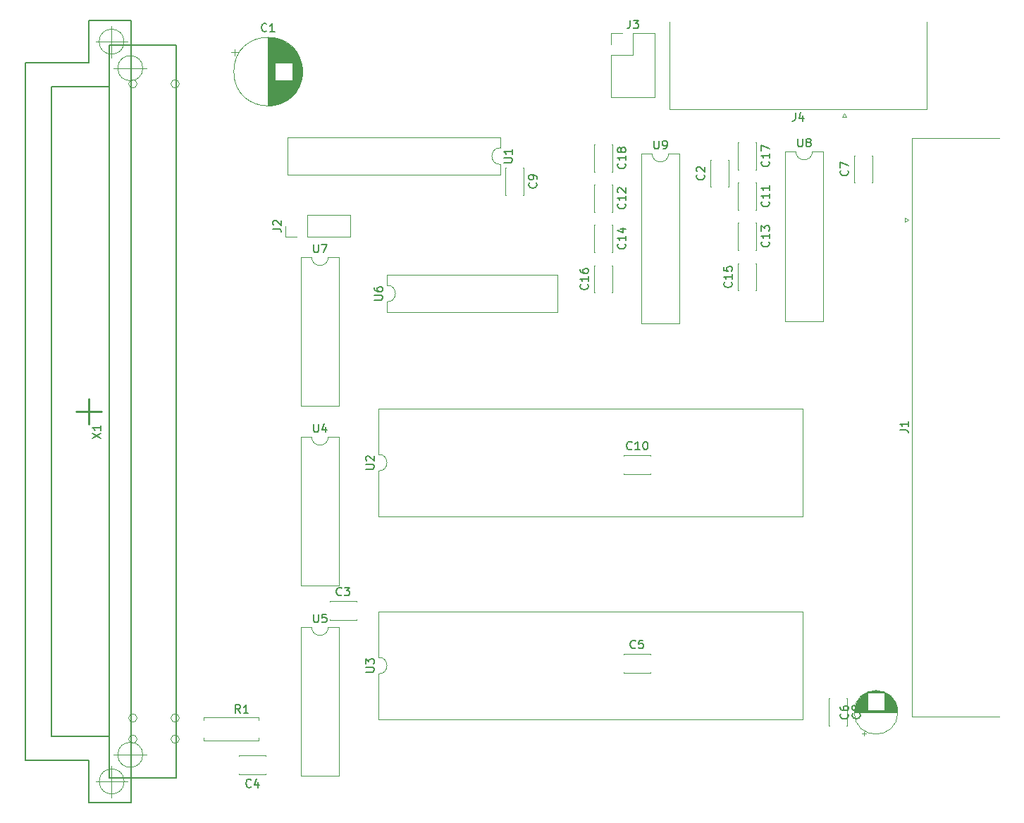
<source format=gbr>
%TF.GenerationSoftware,KiCad,Pcbnew,(5.1.10)-1*%
%TF.CreationDate,2025-03-09T14:01:04+01:00*%
%TF.ProjectId,EA-Modul,45412d4d-6f64-4756-9c2e-6b696361645f,rev?*%
%TF.SameCoordinates,Original*%
%TF.FileFunction,Legend,Top*%
%TF.FilePolarity,Positive*%
%FSLAX46Y46*%
G04 Gerber Fmt 4.6, Leading zero omitted, Abs format (unit mm)*
G04 Created by KiCad (PCBNEW (5.1.10)-1) date 2025-03-09 14:01:04*
%MOMM*%
%LPD*%
G01*
G04 APERTURE LIST*
%ADD10C,0.120000*%
%ADD11C,0.250000*%
%ADD12C,0.100000*%
%ADD13C,0.200000*%
%ADD14C,0.150000*%
G04 APERTURE END LIST*
D10*
%TO.C,U3*%
X90364000Y-122952000D02*
G75*
G02*
X90364000Y-124952000I0J-1000000D01*
G01*
X90364000Y-124952000D02*
X90364000Y-130412000D01*
X90364000Y-130412000D02*
X141284000Y-130412000D01*
X141284000Y-130412000D02*
X141284000Y-117492000D01*
X141284000Y-117492000D02*
X90364000Y-117492000D01*
X90364000Y-117492000D02*
X90364000Y-122952000D01*
%TO.C,R1*%
X69374000Y-130532000D02*
X69374000Y-130202000D01*
X69374000Y-130202000D02*
X75914000Y-130202000D01*
X75914000Y-130202000D02*
X75914000Y-130532000D01*
X69374000Y-132612000D02*
X69374000Y-132942000D01*
X69374000Y-132942000D02*
X75914000Y-132942000D01*
X75914000Y-132942000D02*
X75914000Y-132612000D01*
%TO.C,C18*%
X118468000Y-61352000D02*
X118468000Y-64592000D01*
X116228000Y-61352000D02*
X116228000Y-64592000D01*
X118468000Y-61352000D02*
X118403000Y-61352000D01*
X116293000Y-61352000D02*
X116228000Y-61352000D01*
X118468000Y-64592000D02*
X118403000Y-64592000D01*
X116293000Y-64592000D02*
X116228000Y-64592000D01*
%TO.C,C17*%
X135740000Y-61098000D02*
X135740000Y-64338000D01*
X133500000Y-61098000D02*
X133500000Y-64338000D01*
X135740000Y-61098000D02*
X135675000Y-61098000D01*
X133565000Y-61098000D02*
X133500000Y-61098000D01*
X135740000Y-64338000D02*
X135675000Y-64338000D01*
X133565000Y-64338000D02*
X133500000Y-64338000D01*
%TO.C,C16*%
X116228000Y-79110000D02*
X116228000Y-75870000D01*
X118468000Y-79110000D02*
X118468000Y-75870000D01*
X116228000Y-79110000D02*
X116293000Y-79110000D01*
X118403000Y-79110000D02*
X118468000Y-79110000D01*
X116228000Y-75870000D02*
X116293000Y-75870000D01*
X118403000Y-75870000D02*
X118468000Y-75870000D01*
%TO.C,C15*%
X133500000Y-78856000D02*
X133500000Y-75616000D01*
X135740000Y-78856000D02*
X135740000Y-75616000D01*
X133500000Y-78856000D02*
X133565000Y-78856000D01*
X135675000Y-78856000D02*
X135740000Y-78856000D01*
X133500000Y-75616000D02*
X133565000Y-75616000D01*
X135675000Y-75616000D02*
X135740000Y-75616000D01*
%TO.C,C14*%
X118468000Y-71004000D02*
X118468000Y-74244000D01*
X116228000Y-71004000D02*
X116228000Y-74244000D01*
X118468000Y-71004000D02*
X118403000Y-71004000D01*
X116293000Y-71004000D02*
X116228000Y-71004000D01*
X118468000Y-74244000D02*
X118403000Y-74244000D01*
X116293000Y-74244000D02*
X116228000Y-74244000D01*
%TO.C,C13*%
X135740000Y-70750000D02*
X135740000Y-73990000D01*
X133500000Y-70750000D02*
X133500000Y-73990000D01*
X135740000Y-70750000D02*
X135675000Y-70750000D01*
X133565000Y-70750000D02*
X133500000Y-70750000D01*
X135740000Y-73990000D02*
X135675000Y-73990000D01*
X133565000Y-73990000D02*
X133500000Y-73990000D01*
%TO.C,C12*%
X118468000Y-66178000D02*
X118468000Y-69418000D01*
X116228000Y-66178000D02*
X116228000Y-69418000D01*
X118468000Y-66178000D02*
X118403000Y-66178000D01*
X116293000Y-66178000D02*
X116228000Y-66178000D01*
X118468000Y-69418000D02*
X118403000Y-69418000D01*
X116293000Y-69418000D02*
X116228000Y-69418000D01*
%TO.C,C11*%
X135740000Y-65924000D02*
X135740000Y-69164000D01*
X133500000Y-65924000D02*
X133500000Y-69164000D01*
X135740000Y-65924000D02*
X135675000Y-65924000D01*
X133565000Y-65924000D02*
X133500000Y-65924000D01*
X135740000Y-69164000D02*
X135675000Y-69164000D01*
X133565000Y-69164000D02*
X133500000Y-69164000D01*
%TO.C,U9*%
X125206000Y-62424000D02*
G75*
G02*
X123206000Y-62424000I-1000000J0D01*
G01*
X123206000Y-62424000D02*
X121956000Y-62424000D01*
X121956000Y-62424000D02*
X121956000Y-82864000D01*
X121956000Y-82864000D02*
X126456000Y-82864000D01*
X126456000Y-82864000D02*
X126456000Y-62424000D01*
X126456000Y-62424000D02*
X125206000Y-62424000D01*
%TO.C,U8*%
X142478000Y-62170000D02*
G75*
G02*
X140478000Y-62170000I-1000000J0D01*
G01*
X140478000Y-62170000D02*
X139228000Y-62170000D01*
X139228000Y-62170000D02*
X139228000Y-82610000D01*
X139228000Y-82610000D02*
X143728000Y-82610000D01*
X143728000Y-82610000D02*
X143728000Y-62170000D01*
X143728000Y-62170000D02*
X142478000Y-62170000D01*
%TO.C,U7*%
X84312000Y-74870000D02*
G75*
G02*
X82312000Y-74870000I-1000000J0D01*
G01*
X82312000Y-74870000D02*
X81062000Y-74870000D01*
X81062000Y-74870000D02*
X81062000Y-92770000D01*
X81062000Y-92770000D02*
X85562000Y-92770000D01*
X85562000Y-92770000D02*
X85562000Y-74870000D01*
X85562000Y-74870000D02*
X84312000Y-74870000D01*
%TO.C,U6*%
X91380000Y-78248000D02*
G75*
G02*
X91380000Y-80248000I0J-1000000D01*
G01*
X91380000Y-80248000D02*
X91380000Y-81498000D01*
X91380000Y-81498000D02*
X111820000Y-81498000D01*
X111820000Y-81498000D02*
X111820000Y-76998000D01*
X111820000Y-76998000D02*
X91380000Y-76998000D01*
X91380000Y-76998000D02*
X91380000Y-78248000D01*
%TO.C,U5*%
X84312000Y-119320000D02*
G75*
G02*
X82312000Y-119320000I-1000000J0D01*
G01*
X82312000Y-119320000D02*
X81062000Y-119320000D01*
X81062000Y-119320000D02*
X81062000Y-137220000D01*
X81062000Y-137220000D02*
X85562000Y-137220000D01*
X85562000Y-137220000D02*
X85562000Y-119320000D01*
X85562000Y-119320000D02*
X84312000Y-119320000D01*
%TO.C,U4*%
X84312000Y-96460000D02*
G75*
G02*
X82312000Y-96460000I-1000000J0D01*
G01*
X82312000Y-96460000D02*
X81062000Y-96460000D01*
X81062000Y-96460000D02*
X81062000Y-114360000D01*
X81062000Y-114360000D02*
X85562000Y-114360000D01*
X85562000Y-114360000D02*
X85562000Y-96460000D01*
X85562000Y-96460000D02*
X84312000Y-96460000D01*
%TO.C,U2*%
X90364000Y-98568000D02*
G75*
G02*
X90364000Y-100568000I0J-1000000D01*
G01*
X90364000Y-100568000D02*
X90364000Y-106028000D01*
X90364000Y-106028000D02*
X141284000Y-106028000D01*
X141284000Y-106028000D02*
X141284000Y-93108000D01*
X141284000Y-93108000D02*
X90364000Y-93108000D01*
X90364000Y-93108000D02*
X90364000Y-98568000D01*
%TO.C,U1*%
X104962000Y-63738000D02*
G75*
G02*
X104962000Y-61738000I0J1000000D01*
G01*
X104962000Y-61738000D02*
X104962000Y-60488000D01*
X104962000Y-60488000D02*
X79442000Y-60488000D01*
X79442000Y-60488000D02*
X79442000Y-64988000D01*
X79442000Y-64988000D02*
X104962000Y-64988000D01*
X104962000Y-64988000D02*
X104962000Y-63738000D01*
%TO.C,J4*%
X156249000Y-46636000D02*
X156249000Y-57116000D01*
X156249000Y-57116000D02*
X125279000Y-57116000D01*
X125279000Y-57116000D02*
X125279000Y-46636000D01*
X146554000Y-58010338D02*
X146054000Y-58010338D01*
X146054000Y-58010338D02*
X146304000Y-57577325D01*
X146304000Y-57577325D02*
X146554000Y-58010338D01*
%TO.C,J3*%
X118304000Y-55686000D02*
X123504000Y-55686000D01*
X118304000Y-50546000D02*
X118304000Y-55686000D01*
X123504000Y-47946000D02*
X123504000Y-55686000D01*
X118304000Y-50546000D02*
X120904000Y-50546000D01*
X120904000Y-50546000D02*
X120904000Y-47946000D01*
X120904000Y-47946000D02*
X123504000Y-47946000D01*
X118304000Y-49276000D02*
X118304000Y-47946000D01*
X118304000Y-47946000D02*
X119634000Y-47946000D01*
%TO.C,J2*%
X86928000Y-72450000D02*
X86928000Y-69790000D01*
X81788000Y-72450000D02*
X86928000Y-72450000D01*
X81788000Y-69790000D02*
X86928000Y-69790000D01*
X81788000Y-72450000D02*
X81788000Y-69790000D01*
X80518000Y-72450000D02*
X79188000Y-72450000D01*
X79188000Y-72450000D02*
X79188000Y-71120000D01*
%TO.C,J1*%
X164946000Y-130048000D02*
X154466000Y-130048000D01*
X154466000Y-130048000D02*
X154466000Y-60528000D01*
X154466000Y-60528000D02*
X164946000Y-60528000D01*
X153571662Y-70608000D02*
X153571662Y-70108000D01*
X153571662Y-70108000D02*
X154004675Y-70358000D01*
X154004675Y-70358000D02*
X153571662Y-70608000D01*
%TO.C,C10*%
X119812000Y-98702000D02*
X123052000Y-98702000D01*
X119812000Y-100942000D02*
X123052000Y-100942000D01*
X119812000Y-98702000D02*
X119812000Y-98767000D01*
X119812000Y-100877000D02*
X119812000Y-100942000D01*
X123052000Y-98702000D02*
X123052000Y-98767000D01*
X123052000Y-100877000D02*
X123052000Y-100942000D01*
%TO.C,C9*%
X107800000Y-64146000D02*
X107800000Y-67386000D01*
X105560000Y-64146000D02*
X105560000Y-67386000D01*
X107800000Y-64146000D02*
X107735000Y-64146000D01*
X105625000Y-64146000D02*
X105560000Y-64146000D01*
X107800000Y-67386000D02*
X107735000Y-67386000D01*
X105625000Y-67386000D02*
X105560000Y-67386000D01*
%TO.C,C8*%
X146662000Y-127900000D02*
X146662000Y-131140000D01*
X144422000Y-127900000D02*
X144422000Y-131140000D01*
X146662000Y-127900000D02*
X146597000Y-127900000D01*
X144487000Y-127900000D02*
X144422000Y-127900000D01*
X146662000Y-131140000D02*
X146597000Y-131140000D01*
X144487000Y-131140000D02*
X144422000Y-131140000D01*
%TO.C,C7*%
X147470000Y-65902000D02*
X147470000Y-62662000D01*
X149710000Y-65902000D02*
X149710000Y-62662000D01*
X147470000Y-65902000D02*
X147535000Y-65902000D01*
X149645000Y-65902000D02*
X149710000Y-65902000D01*
X147470000Y-62662000D02*
X147535000Y-62662000D01*
X149645000Y-62662000D02*
X149710000Y-62662000D01*
%TO.C,C6*%
X152734000Y-129560000D02*
G75*
G03*
X152734000Y-129560000I-2620000J0D01*
G01*
X147534000Y-129560000D02*
X152694000Y-129560000D01*
X147534000Y-129520000D02*
X152694000Y-129520000D01*
X147535000Y-129480000D02*
X152693000Y-129480000D01*
X147536000Y-129440000D02*
X152692000Y-129440000D01*
X147538000Y-129400000D02*
X152690000Y-129400000D01*
X147541000Y-129360000D02*
X152687000Y-129360000D01*
X147545000Y-129320000D02*
X149074000Y-129320000D01*
X151154000Y-129320000D02*
X152683000Y-129320000D01*
X147549000Y-129280000D02*
X149074000Y-129280000D01*
X151154000Y-129280000D02*
X152679000Y-129280000D01*
X147553000Y-129240000D02*
X149074000Y-129240000D01*
X151154000Y-129240000D02*
X152675000Y-129240000D01*
X147558000Y-129200000D02*
X149074000Y-129200000D01*
X151154000Y-129200000D02*
X152670000Y-129200000D01*
X147564000Y-129160000D02*
X149074000Y-129160000D01*
X151154000Y-129160000D02*
X152664000Y-129160000D01*
X147571000Y-129120000D02*
X149074000Y-129120000D01*
X151154000Y-129120000D02*
X152657000Y-129120000D01*
X147578000Y-129080000D02*
X149074000Y-129080000D01*
X151154000Y-129080000D02*
X152650000Y-129080000D01*
X147586000Y-129040000D02*
X149074000Y-129040000D01*
X151154000Y-129040000D02*
X152642000Y-129040000D01*
X147594000Y-129000000D02*
X149074000Y-129000000D01*
X151154000Y-129000000D02*
X152634000Y-129000000D01*
X147603000Y-128960000D02*
X149074000Y-128960000D01*
X151154000Y-128960000D02*
X152625000Y-128960000D01*
X147613000Y-128920000D02*
X149074000Y-128920000D01*
X151154000Y-128920000D02*
X152615000Y-128920000D01*
X147623000Y-128880000D02*
X149074000Y-128880000D01*
X151154000Y-128880000D02*
X152605000Y-128880000D01*
X147634000Y-128839000D02*
X149074000Y-128839000D01*
X151154000Y-128839000D02*
X152594000Y-128839000D01*
X147646000Y-128799000D02*
X149074000Y-128799000D01*
X151154000Y-128799000D02*
X152582000Y-128799000D01*
X147659000Y-128759000D02*
X149074000Y-128759000D01*
X151154000Y-128759000D02*
X152569000Y-128759000D01*
X147672000Y-128719000D02*
X149074000Y-128719000D01*
X151154000Y-128719000D02*
X152556000Y-128719000D01*
X147686000Y-128679000D02*
X149074000Y-128679000D01*
X151154000Y-128679000D02*
X152542000Y-128679000D01*
X147700000Y-128639000D02*
X149074000Y-128639000D01*
X151154000Y-128639000D02*
X152528000Y-128639000D01*
X147716000Y-128599000D02*
X149074000Y-128599000D01*
X151154000Y-128599000D02*
X152512000Y-128599000D01*
X147732000Y-128559000D02*
X149074000Y-128559000D01*
X151154000Y-128559000D02*
X152496000Y-128559000D01*
X147749000Y-128519000D02*
X149074000Y-128519000D01*
X151154000Y-128519000D02*
X152479000Y-128519000D01*
X147766000Y-128479000D02*
X149074000Y-128479000D01*
X151154000Y-128479000D02*
X152462000Y-128479000D01*
X147785000Y-128439000D02*
X149074000Y-128439000D01*
X151154000Y-128439000D02*
X152443000Y-128439000D01*
X147804000Y-128399000D02*
X149074000Y-128399000D01*
X151154000Y-128399000D02*
X152424000Y-128399000D01*
X147824000Y-128359000D02*
X149074000Y-128359000D01*
X151154000Y-128359000D02*
X152404000Y-128359000D01*
X147846000Y-128319000D02*
X149074000Y-128319000D01*
X151154000Y-128319000D02*
X152382000Y-128319000D01*
X147867000Y-128279000D02*
X149074000Y-128279000D01*
X151154000Y-128279000D02*
X152361000Y-128279000D01*
X147890000Y-128239000D02*
X149074000Y-128239000D01*
X151154000Y-128239000D02*
X152338000Y-128239000D01*
X147914000Y-128199000D02*
X149074000Y-128199000D01*
X151154000Y-128199000D02*
X152314000Y-128199000D01*
X147939000Y-128159000D02*
X149074000Y-128159000D01*
X151154000Y-128159000D02*
X152289000Y-128159000D01*
X147965000Y-128119000D02*
X149074000Y-128119000D01*
X151154000Y-128119000D02*
X152263000Y-128119000D01*
X147992000Y-128079000D02*
X149074000Y-128079000D01*
X151154000Y-128079000D02*
X152236000Y-128079000D01*
X148019000Y-128039000D02*
X149074000Y-128039000D01*
X151154000Y-128039000D02*
X152209000Y-128039000D01*
X148049000Y-127999000D02*
X149074000Y-127999000D01*
X151154000Y-127999000D02*
X152179000Y-127999000D01*
X148079000Y-127959000D02*
X149074000Y-127959000D01*
X151154000Y-127959000D02*
X152149000Y-127959000D01*
X148110000Y-127919000D02*
X149074000Y-127919000D01*
X151154000Y-127919000D02*
X152118000Y-127919000D01*
X148143000Y-127879000D02*
X149074000Y-127879000D01*
X151154000Y-127879000D02*
X152085000Y-127879000D01*
X148177000Y-127839000D02*
X149074000Y-127839000D01*
X151154000Y-127839000D02*
X152051000Y-127839000D01*
X148213000Y-127799000D02*
X149074000Y-127799000D01*
X151154000Y-127799000D02*
X152015000Y-127799000D01*
X148250000Y-127759000D02*
X149074000Y-127759000D01*
X151154000Y-127759000D02*
X151978000Y-127759000D01*
X148288000Y-127719000D02*
X149074000Y-127719000D01*
X151154000Y-127719000D02*
X151940000Y-127719000D01*
X148329000Y-127679000D02*
X149074000Y-127679000D01*
X151154000Y-127679000D02*
X151899000Y-127679000D01*
X148371000Y-127639000D02*
X149074000Y-127639000D01*
X151154000Y-127639000D02*
X151857000Y-127639000D01*
X148415000Y-127599000D02*
X149074000Y-127599000D01*
X151154000Y-127599000D02*
X151813000Y-127599000D01*
X148461000Y-127559000D02*
X149074000Y-127559000D01*
X151154000Y-127559000D02*
X151767000Y-127559000D01*
X148509000Y-127519000D02*
X149074000Y-127519000D01*
X151154000Y-127519000D02*
X151719000Y-127519000D01*
X148560000Y-127479000D02*
X149074000Y-127479000D01*
X151154000Y-127479000D02*
X151668000Y-127479000D01*
X148614000Y-127439000D02*
X149074000Y-127439000D01*
X151154000Y-127439000D02*
X151614000Y-127439000D01*
X148671000Y-127399000D02*
X149074000Y-127399000D01*
X151154000Y-127399000D02*
X151557000Y-127399000D01*
X148731000Y-127359000D02*
X149074000Y-127359000D01*
X151154000Y-127359000D02*
X151497000Y-127359000D01*
X148795000Y-127319000D02*
X149074000Y-127319000D01*
X151154000Y-127319000D02*
X151433000Y-127319000D01*
X148863000Y-127279000D02*
X149074000Y-127279000D01*
X151154000Y-127279000D02*
X151365000Y-127279000D01*
X148936000Y-127239000D02*
X151292000Y-127239000D01*
X149016000Y-127199000D02*
X151212000Y-127199000D01*
X149103000Y-127159000D02*
X151125000Y-127159000D01*
X149199000Y-127119000D02*
X151029000Y-127119000D01*
X149309000Y-127079000D02*
X150919000Y-127079000D01*
X149437000Y-127039000D02*
X150791000Y-127039000D01*
X149596000Y-126999000D02*
X150632000Y-126999000D01*
X149830000Y-126959000D02*
X150398000Y-126959000D01*
X148639000Y-132364775D02*
X148639000Y-131864775D01*
X148389000Y-132114775D02*
X148889000Y-132114775D01*
%TO.C,C5*%
X119772000Y-122578000D02*
X123012000Y-122578000D01*
X119772000Y-124818000D02*
X123012000Y-124818000D01*
X119772000Y-122578000D02*
X119772000Y-122643000D01*
X119772000Y-124753000D02*
X119772000Y-124818000D01*
X123012000Y-122578000D02*
X123012000Y-122643000D01*
X123012000Y-124753000D02*
X123012000Y-124818000D01*
%TO.C,C4*%
X76824000Y-137010000D02*
X73584000Y-137010000D01*
X76824000Y-134770000D02*
X73584000Y-134770000D01*
X76824000Y-137010000D02*
X76824000Y-136945000D01*
X76824000Y-134835000D02*
X76824000Y-134770000D01*
X73584000Y-137010000D02*
X73584000Y-136945000D01*
X73584000Y-134835000D02*
X73584000Y-134770000D01*
%TO.C,C3*%
X84466000Y-116228000D02*
X87706000Y-116228000D01*
X84466000Y-118468000D02*
X87706000Y-118468000D01*
X84466000Y-116228000D02*
X84466000Y-116293000D01*
X84466000Y-118403000D02*
X84466000Y-118468000D01*
X87706000Y-116228000D02*
X87706000Y-116293000D01*
X87706000Y-118403000D02*
X87706000Y-118468000D01*
%TO.C,C2*%
X130198000Y-66410000D02*
X130198000Y-63170000D01*
X132438000Y-66410000D02*
X132438000Y-63170000D01*
X130198000Y-66410000D02*
X130263000Y-66410000D01*
X132373000Y-66410000D02*
X132438000Y-66410000D01*
X130198000Y-63170000D02*
X130263000Y-63170000D01*
X132373000Y-63170000D02*
X132438000Y-63170000D01*
%TO.C,C1*%
X81204000Y-52578000D02*
G75*
G03*
X81204000Y-52578000I-4120000J0D01*
G01*
X77084000Y-48498000D02*
X77084000Y-56658000D01*
X77124000Y-48498000D02*
X77124000Y-56658000D01*
X77164000Y-48498000D02*
X77164000Y-56658000D01*
X77204000Y-48499000D02*
X77204000Y-56657000D01*
X77244000Y-48501000D02*
X77244000Y-56655000D01*
X77284000Y-48502000D02*
X77284000Y-56654000D01*
X77324000Y-48504000D02*
X77324000Y-56652000D01*
X77364000Y-48507000D02*
X77364000Y-56649000D01*
X77404000Y-48510000D02*
X77404000Y-56646000D01*
X77444000Y-48513000D02*
X77444000Y-56643000D01*
X77484000Y-48517000D02*
X77484000Y-56639000D01*
X77524000Y-48521000D02*
X77524000Y-56635000D01*
X77564000Y-48526000D02*
X77564000Y-56630000D01*
X77604000Y-48530000D02*
X77604000Y-56626000D01*
X77644000Y-48536000D02*
X77644000Y-56620000D01*
X77684000Y-48541000D02*
X77684000Y-56615000D01*
X77724000Y-48548000D02*
X77724000Y-56608000D01*
X77764000Y-48554000D02*
X77764000Y-56602000D01*
X77805000Y-48561000D02*
X77805000Y-56595000D01*
X77845000Y-48568000D02*
X77845000Y-56588000D01*
X77885000Y-48576000D02*
X77885000Y-56580000D01*
X77925000Y-48584000D02*
X77925000Y-56572000D01*
X77965000Y-48593000D02*
X77965000Y-51538000D01*
X77965000Y-53618000D02*
X77965000Y-56563000D01*
X78005000Y-48602000D02*
X78005000Y-51538000D01*
X78005000Y-53618000D02*
X78005000Y-56554000D01*
X78045000Y-48611000D02*
X78045000Y-51538000D01*
X78045000Y-53618000D02*
X78045000Y-56545000D01*
X78085000Y-48621000D02*
X78085000Y-51538000D01*
X78085000Y-53618000D02*
X78085000Y-56535000D01*
X78125000Y-48631000D02*
X78125000Y-51538000D01*
X78125000Y-53618000D02*
X78125000Y-56525000D01*
X78165000Y-48642000D02*
X78165000Y-51538000D01*
X78165000Y-53618000D02*
X78165000Y-56514000D01*
X78205000Y-48653000D02*
X78205000Y-51538000D01*
X78205000Y-53618000D02*
X78205000Y-56503000D01*
X78245000Y-48664000D02*
X78245000Y-51538000D01*
X78245000Y-53618000D02*
X78245000Y-56492000D01*
X78285000Y-48676000D02*
X78285000Y-51538000D01*
X78285000Y-53618000D02*
X78285000Y-56480000D01*
X78325000Y-48689000D02*
X78325000Y-51538000D01*
X78325000Y-53618000D02*
X78325000Y-56467000D01*
X78365000Y-48701000D02*
X78365000Y-51538000D01*
X78365000Y-53618000D02*
X78365000Y-56455000D01*
X78405000Y-48715000D02*
X78405000Y-51538000D01*
X78405000Y-53618000D02*
X78405000Y-56441000D01*
X78445000Y-48728000D02*
X78445000Y-51538000D01*
X78445000Y-53618000D02*
X78445000Y-56428000D01*
X78485000Y-48743000D02*
X78485000Y-51538000D01*
X78485000Y-53618000D02*
X78485000Y-56413000D01*
X78525000Y-48757000D02*
X78525000Y-51538000D01*
X78525000Y-53618000D02*
X78525000Y-56399000D01*
X78565000Y-48773000D02*
X78565000Y-51538000D01*
X78565000Y-53618000D02*
X78565000Y-56383000D01*
X78605000Y-48788000D02*
X78605000Y-51538000D01*
X78605000Y-53618000D02*
X78605000Y-56368000D01*
X78645000Y-48804000D02*
X78645000Y-51538000D01*
X78645000Y-53618000D02*
X78645000Y-56352000D01*
X78685000Y-48821000D02*
X78685000Y-51538000D01*
X78685000Y-53618000D02*
X78685000Y-56335000D01*
X78725000Y-48838000D02*
X78725000Y-51538000D01*
X78725000Y-53618000D02*
X78725000Y-56318000D01*
X78765000Y-48856000D02*
X78765000Y-51538000D01*
X78765000Y-53618000D02*
X78765000Y-56300000D01*
X78805000Y-48874000D02*
X78805000Y-51538000D01*
X78805000Y-53618000D02*
X78805000Y-56282000D01*
X78845000Y-48892000D02*
X78845000Y-51538000D01*
X78845000Y-53618000D02*
X78845000Y-56264000D01*
X78885000Y-48912000D02*
X78885000Y-51538000D01*
X78885000Y-53618000D02*
X78885000Y-56244000D01*
X78925000Y-48931000D02*
X78925000Y-51538000D01*
X78925000Y-53618000D02*
X78925000Y-56225000D01*
X78965000Y-48951000D02*
X78965000Y-51538000D01*
X78965000Y-53618000D02*
X78965000Y-56205000D01*
X79005000Y-48972000D02*
X79005000Y-51538000D01*
X79005000Y-53618000D02*
X79005000Y-56184000D01*
X79045000Y-48994000D02*
X79045000Y-51538000D01*
X79045000Y-53618000D02*
X79045000Y-56162000D01*
X79085000Y-49016000D02*
X79085000Y-51538000D01*
X79085000Y-53618000D02*
X79085000Y-56140000D01*
X79125000Y-49038000D02*
X79125000Y-51538000D01*
X79125000Y-53618000D02*
X79125000Y-56118000D01*
X79165000Y-49061000D02*
X79165000Y-51538000D01*
X79165000Y-53618000D02*
X79165000Y-56095000D01*
X79205000Y-49085000D02*
X79205000Y-51538000D01*
X79205000Y-53618000D02*
X79205000Y-56071000D01*
X79245000Y-49109000D02*
X79245000Y-51538000D01*
X79245000Y-53618000D02*
X79245000Y-56047000D01*
X79285000Y-49134000D02*
X79285000Y-51538000D01*
X79285000Y-53618000D02*
X79285000Y-56022000D01*
X79325000Y-49160000D02*
X79325000Y-51538000D01*
X79325000Y-53618000D02*
X79325000Y-55996000D01*
X79365000Y-49186000D02*
X79365000Y-51538000D01*
X79365000Y-53618000D02*
X79365000Y-55970000D01*
X79405000Y-49213000D02*
X79405000Y-51538000D01*
X79405000Y-53618000D02*
X79405000Y-55943000D01*
X79445000Y-49240000D02*
X79445000Y-51538000D01*
X79445000Y-53618000D02*
X79445000Y-55916000D01*
X79485000Y-49269000D02*
X79485000Y-51538000D01*
X79485000Y-53618000D02*
X79485000Y-55887000D01*
X79525000Y-49298000D02*
X79525000Y-51538000D01*
X79525000Y-53618000D02*
X79525000Y-55858000D01*
X79565000Y-49328000D02*
X79565000Y-51538000D01*
X79565000Y-53618000D02*
X79565000Y-55828000D01*
X79605000Y-49358000D02*
X79605000Y-51538000D01*
X79605000Y-53618000D02*
X79605000Y-55798000D01*
X79645000Y-49389000D02*
X79645000Y-51538000D01*
X79645000Y-53618000D02*
X79645000Y-55767000D01*
X79685000Y-49422000D02*
X79685000Y-51538000D01*
X79685000Y-53618000D02*
X79685000Y-55734000D01*
X79725000Y-49454000D02*
X79725000Y-51538000D01*
X79725000Y-53618000D02*
X79725000Y-55702000D01*
X79765000Y-49488000D02*
X79765000Y-51538000D01*
X79765000Y-53618000D02*
X79765000Y-55668000D01*
X79805000Y-49523000D02*
X79805000Y-51538000D01*
X79805000Y-53618000D02*
X79805000Y-55633000D01*
X79845000Y-49559000D02*
X79845000Y-51538000D01*
X79845000Y-53618000D02*
X79845000Y-55597000D01*
X79885000Y-49595000D02*
X79885000Y-51538000D01*
X79885000Y-53618000D02*
X79885000Y-55561000D01*
X79925000Y-49633000D02*
X79925000Y-51538000D01*
X79925000Y-53618000D02*
X79925000Y-55523000D01*
X79965000Y-49671000D02*
X79965000Y-51538000D01*
X79965000Y-53618000D02*
X79965000Y-55485000D01*
X80005000Y-49711000D02*
X80005000Y-51538000D01*
X80005000Y-53618000D02*
X80005000Y-55445000D01*
X80045000Y-49752000D02*
X80045000Y-55404000D01*
X80085000Y-49794000D02*
X80085000Y-55362000D01*
X80125000Y-49837000D02*
X80125000Y-55319000D01*
X80165000Y-49881000D02*
X80165000Y-55275000D01*
X80205000Y-49927000D02*
X80205000Y-55229000D01*
X80245000Y-49974000D02*
X80245000Y-55182000D01*
X80285000Y-50022000D02*
X80285000Y-55134000D01*
X80325000Y-50073000D02*
X80325000Y-55083000D01*
X80365000Y-50124000D02*
X80365000Y-55032000D01*
X80405000Y-50178000D02*
X80405000Y-54978000D01*
X80445000Y-50233000D02*
X80445000Y-54923000D01*
X80485000Y-50291000D02*
X80485000Y-54865000D01*
X80525000Y-50350000D02*
X80525000Y-54806000D01*
X80565000Y-50412000D02*
X80565000Y-54744000D01*
X80605000Y-50476000D02*
X80605000Y-54680000D01*
X80645000Y-50544000D02*
X80645000Y-54612000D01*
X80685000Y-50614000D02*
X80685000Y-54542000D01*
X80725000Y-50688000D02*
X80725000Y-54468000D01*
X80765000Y-50765000D02*
X80765000Y-54391000D01*
X80805000Y-50847000D02*
X80805000Y-54309000D01*
X80845000Y-50933000D02*
X80845000Y-54223000D01*
X80885000Y-51026000D02*
X80885000Y-54130000D01*
X80925000Y-51125000D02*
X80925000Y-54031000D01*
X80965000Y-51232000D02*
X80965000Y-53924000D01*
X81005000Y-51349000D02*
X81005000Y-53807000D01*
X81045000Y-51480000D02*
X81045000Y-53676000D01*
X81085000Y-51630000D02*
X81085000Y-53526000D01*
X81125000Y-51810000D02*
X81125000Y-53346000D01*
X81165000Y-52045000D02*
X81165000Y-53111000D01*
X72674302Y-50263000D02*
X73474302Y-50263000D01*
X73074302Y-49863000D02*
X73074302Y-50663000D01*
D11*
%TO.C,X1*%
X55525000Y-91920000D02*
X55525000Y-94920000D01*
X57025000Y-93420000D02*
X54025000Y-93420000D01*
D12*
X60525000Y-132670000D02*
X60525000Y-136670000D01*
X62525000Y-134670000D02*
X58525000Y-134670000D01*
X62025000Y-134670000D02*
G75*
G03*
X62025000Y-134670000I-1500000J0D01*
G01*
X60525000Y-50170000D02*
X60525000Y-54170000D01*
X62525000Y-52170000D02*
X58525000Y-52170000D01*
X62025000Y-52170000D02*
G75*
G03*
X62025000Y-52170000I-1500000J0D01*
G01*
D13*
X51025000Y-54420000D02*
X58025000Y-54420000D01*
X51025000Y-132420000D02*
X51025000Y-54420000D01*
X58025000Y-132420000D02*
X51025000Y-132420000D01*
X66025000Y-137420000D02*
X58025000Y-137420000D01*
X66025000Y-49420000D02*
X66025000Y-137420000D01*
X58025000Y-49420000D02*
X66025000Y-49420000D01*
X58025000Y-49420000D02*
X58025000Y-137420000D01*
D12*
X66413600Y-132790000D02*
G75*
G03*
X66413600Y-132790000I-500000J0D01*
G01*
X66413600Y-130250000D02*
G75*
G03*
X66413600Y-130250000I-500000J0D01*
G01*
X66413600Y-54050000D02*
G75*
G03*
X66413600Y-54050000I-500000J0D01*
G01*
X61333600Y-132790000D02*
G75*
G03*
X61333600Y-132790000I-500000J0D01*
G01*
X61333600Y-130250000D02*
G75*
G03*
X61333600Y-130250000I-500000J0D01*
G01*
X61333600Y-54050000D02*
G75*
G03*
X61333600Y-54050000I-500000J0D01*
G01*
X59793600Y-137870000D02*
G75*
G03*
X59793600Y-137870000I-1500000J0D01*
G01*
X60198600Y-137870000D02*
X56388600Y-137870000D01*
X58293600Y-135965000D02*
X58293600Y-139775000D01*
X60185900Y-48982700D02*
X56375900Y-48982700D01*
X58280900Y-47077700D02*
X58280900Y-50887700D01*
X59780900Y-48982700D02*
G75*
G03*
X59780900Y-48982700I-1500000J0D01*
G01*
D13*
X60605000Y-46430000D02*
X55525000Y-46430000D01*
X55525000Y-51510000D02*
X47905000Y-51510000D01*
X55525000Y-46430000D02*
X55525000Y-51510000D01*
X55525000Y-140410000D02*
X60605000Y-140410000D01*
X55525000Y-135330000D02*
X55525000Y-140410000D01*
X47905000Y-135330000D02*
X55525000Y-135330000D01*
X47905000Y-51510000D02*
X47905000Y-135330000D01*
X60605000Y-140410000D02*
X60605000Y-46430000D01*
%TO.C,U3*%
D14*
X88816380Y-124713904D02*
X89625904Y-124713904D01*
X89721142Y-124666285D01*
X89768761Y-124618666D01*
X89816380Y-124523428D01*
X89816380Y-124332952D01*
X89768761Y-124237714D01*
X89721142Y-124190095D01*
X89625904Y-124142476D01*
X88816380Y-124142476D01*
X88816380Y-123761523D02*
X88816380Y-123142476D01*
X89197333Y-123475809D01*
X89197333Y-123332952D01*
X89244952Y-123237714D01*
X89292571Y-123190095D01*
X89387809Y-123142476D01*
X89625904Y-123142476D01*
X89721142Y-123190095D01*
X89768761Y-123237714D01*
X89816380Y-123332952D01*
X89816380Y-123618666D01*
X89768761Y-123713904D01*
X89721142Y-123761523D01*
%TO.C,R1*%
X73747333Y-129654380D02*
X73414000Y-129178190D01*
X73175904Y-129654380D02*
X73175904Y-128654380D01*
X73556857Y-128654380D01*
X73652095Y-128702000D01*
X73699714Y-128749619D01*
X73747333Y-128844857D01*
X73747333Y-128987714D01*
X73699714Y-129082952D01*
X73652095Y-129130571D01*
X73556857Y-129178190D01*
X73175904Y-129178190D01*
X74699714Y-129654380D02*
X74128285Y-129654380D01*
X74414000Y-129654380D02*
X74414000Y-128654380D01*
X74318761Y-128797238D01*
X74223523Y-128892476D01*
X74128285Y-128940095D01*
%TO.C,C18*%
X119955142Y-63614857D02*
X120002761Y-63662476D01*
X120050380Y-63805333D01*
X120050380Y-63900571D01*
X120002761Y-64043428D01*
X119907523Y-64138666D01*
X119812285Y-64186285D01*
X119621809Y-64233904D01*
X119478952Y-64233904D01*
X119288476Y-64186285D01*
X119193238Y-64138666D01*
X119098000Y-64043428D01*
X119050380Y-63900571D01*
X119050380Y-63805333D01*
X119098000Y-63662476D01*
X119145619Y-63614857D01*
X120050380Y-62662476D02*
X120050380Y-63233904D01*
X120050380Y-62948190D02*
X119050380Y-62948190D01*
X119193238Y-63043428D01*
X119288476Y-63138666D01*
X119336095Y-63233904D01*
X119478952Y-62091047D02*
X119431333Y-62186285D01*
X119383714Y-62233904D01*
X119288476Y-62281523D01*
X119240857Y-62281523D01*
X119145619Y-62233904D01*
X119098000Y-62186285D01*
X119050380Y-62091047D01*
X119050380Y-61900571D01*
X119098000Y-61805333D01*
X119145619Y-61757714D01*
X119240857Y-61710095D01*
X119288476Y-61710095D01*
X119383714Y-61757714D01*
X119431333Y-61805333D01*
X119478952Y-61900571D01*
X119478952Y-62091047D01*
X119526571Y-62186285D01*
X119574190Y-62233904D01*
X119669428Y-62281523D01*
X119859904Y-62281523D01*
X119955142Y-62233904D01*
X120002761Y-62186285D01*
X120050380Y-62091047D01*
X120050380Y-61900571D01*
X120002761Y-61805333D01*
X119955142Y-61757714D01*
X119859904Y-61710095D01*
X119669428Y-61710095D01*
X119574190Y-61757714D01*
X119526571Y-61805333D01*
X119478952Y-61900571D01*
%TO.C,C17*%
X137227142Y-63360857D02*
X137274761Y-63408476D01*
X137322380Y-63551333D01*
X137322380Y-63646571D01*
X137274761Y-63789428D01*
X137179523Y-63884666D01*
X137084285Y-63932285D01*
X136893809Y-63979904D01*
X136750952Y-63979904D01*
X136560476Y-63932285D01*
X136465238Y-63884666D01*
X136370000Y-63789428D01*
X136322380Y-63646571D01*
X136322380Y-63551333D01*
X136370000Y-63408476D01*
X136417619Y-63360857D01*
X137322380Y-62408476D02*
X137322380Y-62979904D01*
X137322380Y-62694190D02*
X136322380Y-62694190D01*
X136465238Y-62789428D01*
X136560476Y-62884666D01*
X136608095Y-62979904D01*
X136322380Y-62075142D02*
X136322380Y-61408476D01*
X137322380Y-61837047D01*
%TO.C,C16*%
X115455142Y-78132857D02*
X115502761Y-78180476D01*
X115550380Y-78323333D01*
X115550380Y-78418571D01*
X115502761Y-78561428D01*
X115407523Y-78656666D01*
X115312285Y-78704285D01*
X115121809Y-78751904D01*
X114978952Y-78751904D01*
X114788476Y-78704285D01*
X114693238Y-78656666D01*
X114598000Y-78561428D01*
X114550380Y-78418571D01*
X114550380Y-78323333D01*
X114598000Y-78180476D01*
X114645619Y-78132857D01*
X115550380Y-77180476D02*
X115550380Y-77751904D01*
X115550380Y-77466190D02*
X114550380Y-77466190D01*
X114693238Y-77561428D01*
X114788476Y-77656666D01*
X114836095Y-77751904D01*
X114550380Y-76323333D02*
X114550380Y-76513809D01*
X114598000Y-76609047D01*
X114645619Y-76656666D01*
X114788476Y-76751904D01*
X114978952Y-76799523D01*
X115359904Y-76799523D01*
X115455142Y-76751904D01*
X115502761Y-76704285D01*
X115550380Y-76609047D01*
X115550380Y-76418571D01*
X115502761Y-76323333D01*
X115455142Y-76275714D01*
X115359904Y-76228095D01*
X115121809Y-76228095D01*
X115026571Y-76275714D01*
X114978952Y-76323333D01*
X114931333Y-76418571D01*
X114931333Y-76609047D01*
X114978952Y-76704285D01*
X115026571Y-76751904D01*
X115121809Y-76799523D01*
%TO.C,C15*%
X132727142Y-77878857D02*
X132774761Y-77926476D01*
X132822380Y-78069333D01*
X132822380Y-78164571D01*
X132774761Y-78307428D01*
X132679523Y-78402666D01*
X132584285Y-78450285D01*
X132393809Y-78497904D01*
X132250952Y-78497904D01*
X132060476Y-78450285D01*
X131965238Y-78402666D01*
X131870000Y-78307428D01*
X131822380Y-78164571D01*
X131822380Y-78069333D01*
X131870000Y-77926476D01*
X131917619Y-77878857D01*
X132822380Y-76926476D02*
X132822380Y-77497904D01*
X132822380Y-77212190D02*
X131822380Y-77212190D01*
X131965238Y-77307428D01*
X132060476Y-77402666D01*
X132108095Y-77497904D01*
X131822380Y-76021714D02*
X131822380Y-76497904D01*
X132298571Y-76545523D01*
X132250952Y-76497904D01*
X132203333Y-76402666D01*
X132203333Y-76164571D01*
X132250952Y-76069333D01*
X132298571Y-76021714D01*
X132393809Y-75974095D01*
X132631904Y-75974095D01*
X132727142Y-76021714D01*
X132774761Y-76069333D01*
X132822380Y-76164571D01*
X132822380Y-76402666D01*
X132774761Y-76497904D01*
X132727142Y-76545523D01*
%TO.C,C14*%
X119955142Y-73266857D02*
X120002761Y-73314476D01*
X120050380Y-73457333D01*
X120050380Y-73552571D01*
X120002761Y-73695428D01*
X119907523Y-73790666D01*
X119812285Y-73838285D01*
X119621809Y-73885904D01*
X119478952Y-73885904D01*
X119288476Y-73838285D01*
X119193238Y-73790666D01*
X119098000Y-73695428D01*
X119050380Y-73552571D01*
X119050380Y-73457333D01*
X119098000Y-73314476D01*
X119145619Y-73266857D01*
X120050380Y-72314476D02*
X120050380Y-72885904D01*
X120050380Y-72600190D02*
X119050380Y-72600190D01*
X119193238Y-72695428D01*
X119288476Y-72790666D01*
X119336095Y-72885904D01*
X119383714Y-71457333D02*
X120050380Y-71457333D01*
X119002761Y-71695428D02*
X119717047Y-71933523D01*
X119717047Y-71314476D01*
%TO.C,C13*%
X137227142Y-73012857D02*
X137274761Y-73060476D01*
X137322380Y-73203333D01*
X137322380Y-73298571D01*
X137274761Y-73441428D01*
X137179523Y-73536666D01*
X137084285Y-73584285D01*
X136893809Y-73631904D01*
X136750952Y-73631904D01*
X136560476Y-73584285D01*
X136465238Y-73536666D01*
X136370000Y-73441428D01*
X136322380Y-73298571D01*
X136322380Y-73203333D01*
X136370000Y-73060476D01*
X136417619Y-73012857D01*
X137322380Y-72060476D02*
X137322380Y-72631904D01*
X137322380Y-72346190D02*
X136322380Y-72346190D01*
X136465238Y-72441428D01*
X136560476Y-72536666D01*
X136608095Y-72631904D01*
X136322380Y-71727142D02*
X136322380Y-71108095D01*
X136703333Y-71441428D01*
X136703333Y-71298571D01*
X136750952Y-71203333D01*
X136798571Y-71155714D01*
X136893809Y-71108095D01*
X137131904Y-71108095D01*
X137227142Y-71155714D01*
X137274761Y-71203333D01*
X137322380Y-71298571D01*
X137322380Y-71584285D01*
X137274761Y-71679523D01*
X137227142Y-71727142D01*
%TO.C,C12*%
X119955142Y-68440857D02*
X120002761Y-68488476D01*
X120050380Y-68631333D01*
X120050380Y-68726571D01*
X120002761Y-68869428D01*
X119907523Y-68964666D01*
X119812285Y-69012285D01*
X119621809Y-69059904D01*
X119478952Y-69059904D01*
X119288476Y-69012285D01*
X119193238Y-68964666D01*
X119098000Y-68869428D01*
X119050380Y-68726571D01*
X119050380Y-68631333D01*
X119098000Y-68488476D01*
X119145619Y-68440857D01*
X120050380Y-67488476D02*
X120050380Y-68059904D01*
X120050380Y-67774190D02*
X119050380Y-67774190D01*
X119193238Y-67869428D01*
X119288476Y-67964666D01*
X119336095Y-68059904D01*
X119145619Y-67107523D02*
X119098000Y-67059904D01*
X119050380Y-66964666D01*
X119050380Y-66726571D01*
X119098000Y-66631333D01*
X119145619Y-66583714D01*
X119240857Y-66536095D01*
X119336095Y-66536095D01*
X119478952Y-66583714D01*
X120050380Y-67155142D01*
X120050380Y-66536095D01*
%TO.C,C11*%
X137227142Y-68186857D02*
X137274761Y-68234476D01*
X137322380Y-68377333D01*
X137322380Y-68472571D01*
X137274761Y-68615428D01*
X137179523Y-68710666D01*
X137084285Y-68758285D01*
X136893809Y-68805904D01*
X136750952Y-68805904D01*
X136560476Y-68758285D01*
X136465238Y-68710666D01*
X136370000Y-68615428D01*
X136322380Y-68472571D01*
X136322380Y-68377333D01*
X136370000Y-68234476D01*
X136417619Y-68186857D01*
X137322380Y-67234476D02*
X137322380Y-67805904D01*
X137322380Y-67520190D02*
X136322380Y-67520190D01*
X136465238Y-67615428D01*
X136560476Y-67710666D01*
X136608095Y-67805904D01*
X137322380Y-66282095D02*
X137322380Y-66853523D01*
X137322380Y-66567809D02*
X136322380Y-66567809D01*
X136465238Y-66663047D01*
X136560476Y-66758285D01*
X136608095Y-66853523D01*
%TO.C,U9*%
X123444095Y-60876380D02*
X123444095Y-61685904D01*
X123491714Y-61781142D01*
X123539333Y-61828761D01*
X123634571Y-61876380D01*
X123825047Y-61876380D01*
X123920285Y-61828761D01*
X123967904Y-61781142D01*
X124015523Y-61685904D01*
X124015523Y-60876380D01*
X124539333Y-61876380D02*
X124729809Y-61876380D01*
X124825047Y-61828761D01*
X124872666Y-61781142D01*
X124967904Y-61638285D01*
X125015523Y-61447809D01*
X125015523Y-61066857D01*
X124967904Y-60971619D01*
X124920285Y-60924000D01*
X124825047Y-60876380D01*
X124634571Y-60876380D01*
X124539333Y-60924000D01*
X124491714Y-60971619D01*
X124444095Y-61066857D01*
X124444095Y-61304952D01*
X124491714Y-61400190D01*
X124539333Y-61447809D01*
X124634571Y-61495428D01*
X124825047Y-61495428D01*
X124920285Y-61447809D01*
X124967904Y-61400190D01*
X125015523Y-61304952D01*
%TO.C,U8*%
X140716095Y-60622380D02*
X140716095Y-61431904D01*
X140763714Y-61527142D01*
X140811333Y-61574761D01*
X140906571Y-61622380D01*
X141097047Y-61622380D01*
X141192285Y-61574761D01*
X141239904Y-61527142D01*
X141287523Y-61431904D01*
X141287523Y-60622380D01*
X141906571Y-61050952D02*
X141811333Y-61003333D01*
X141763714Y-60955714D01*
X141716095Y-60860476D01*
X141716095Y-60812857D01*
X141763714Y-60717619D01*
X141811333Y-60670000D01*
X141906571Y-60622380D01*
X142097047Y-60622380D01*
X142192285Y-60670000D01*
X142239904Y-60717619D01*
X142287523Y-60812857D01*
X142287523Y-60860476D01*
X142239904Y-60955714D01*
X142192285Y-61003333D01*
X142097047Y-61050952D01*
X141906571Y-61050952D01*
X141811333Y-61098571D01*
X141763714Y-61146190D01*
X141716095Y-61241428D01*
X141716095Y-61431904D01*
X141763714Y-61527142D01*
X141811333Y-61574761D01*
X141906571Y-61622380D01*
X142097047Y-61622380D01*
X142192285Y-61574761D01*
X142239904Y-61527142D01*
X142287523Y-61431904D01*
X142287523Y-61241428D01*
X142239904Y-61146190D01*
X142192285Y-61098571D01*
X142097047Y-61050952D01*
%TO.C,U7*%
X82550095Y-73322380D02*
X82550095Y-74131904D01*
X82597714Y-74227142D01*
X82645333Y-74274761D01*
X82740571Y-74322380D01*
X82931047Y-74322380D01*
X83026285Y-74274761D01*
X83073904Y-74227142D01*
X83121523Y-74131904D01*
X83121523Y-73322380D01*
X83502476Y-73322380D02*
X84169142Y-73322380D01*
X83740571Y-74322380D01*
%TO.C,U6*%
X89832380Y-80009904D02*
X90641904Y-80009904D01*
X90737142Y-79962285D01*
X90784761Y-79914666D01*
X90832380Y-79819428D01*
X90832380Y-79628952D01*
X90784761Y-79533714D01*
X90737142Y-79486095D01*
X90641904Y-79438476D01*
X89832380Y-79438476D01*
X89832380Y-78533714D02*
X89832380Y-78724190D01*
X89880000Y-78819428D01*
X89927619Y-78867047D01*
X90070476Y-78962285D01*
X90260952Y-79009904D01*
X90641904Y-79009904D01*
X90737142Y-78962285D01*
X90784761Y-78914666D01*
X90832380Y-78819428D01*
X90832380Y-78628952D01*
X90784761Y-78533714D01*
X90737142Y-78486095D01*
X90641904Y-78438476D01*
X90403809Y-78438476D01*
X90308571Y-78486095D01*
X90260952Y-78533714D01*
X90213333Y-78628952D01*
X90213333Y-78819428D01*
X90260952Y-78914666D01*
X90308571Y-78962285D01*
X90403809Y-79009904D01*
%TO.C,U5*%
X82550095Y-117772380D02*
X82550095Y-118581904D01*
X82597714Y-118677142D01*
X82645333Y-118724761D01*
X82740571Y-118772380D01*
X82931047Y-118772380D01*
X83026285Y-118724761D01*
X83073904Y-118677142D01*
X83121523Y-118581904D01*
X83121523Y-117772380D01*
X84073904Y-117772380D02*
X83597714Y-117772380D01*
X83550095Y-118248571D01*
X83597714Y-118200952D01*
X83692952Y-118153333D01*
X83931047Y-118153333D01*
X84026285Y-118200952D01*
X84073904Y-118248571D01*
X84121523Y-118343809D01*
X84121523Y-118581904D01*
X84073904Y-118677142D01*
X84026285Y-118724761D01*
X83931047Y-118772380D01*
X83692952Y-118772380D01*
X83597714Y-118724761D01*
X83550095Y-118677142D01*
%TO.C,U4*%
X82550095Y-94912380D02*
X82550095Y-95721904D01*
X82597714Y-95817142D01*
X82645333Y-95864761D01*
X82740571Y-95912380D01*
X82931047Y-95912380D01*
X83026285Y-95864761D01*
X83073904Y-95817142D01*
X83121523Y-95721904D01*
X83121523Y-94912380D01*
X84026285Y-95245714D02*
X84026285Y-95912380D01*
X83788190Y-94864761D02*
X83550095Y-95579047D01*
X84169142Y-95579047D01*
%TO.C,U2*%
X88816380Y-100329904D02*
X89625904Y-100329904D01*
X89721142Y-100282285D01*
X89768761Y-100234666D01*
X89816380Y-100139428D01*
X89816380Y-99948952D01*
X89768761Y-99853714D01*
X89721142Y-99806095D01*
X89625904Y-99758476D01*
X88816380Y-99758476D01*
X88911619Y-99329904D02*
X88864000Y-99282285D01*
X88816380Y-99187047D01*
X88816380Y-98948952D01*
X88864000Y-98853714D01*
X88911619Y-98806095D01*
X89006857Y-98758476D01*
X89102095Y-98758476D01*
X89244952Y-98806095D01*
X89816380Y-99377523D01*
X89816380Y-98758476D01*
%TO.C,U1*%
X105414380Y-63499904D02*
X106223904Y-63499904D01*
X106319142Y-63452285D01*
X106366761Y-63404666D01*
X106414380Y-63309428D01*
X106414380Y-63118952D01*
X106366761Y-63023714D01*
X106319142Y-62976095D01*
X106223904Y-62928476D01*
X105414380Y-62928476D01*
X106414380Y-61928476D02*
X106414380Y-62499904D01*
X106414380Y-62214190D02*
X105414380Y-62214190D01*
X105557238Y-62309428D01*
X105652476Y-62404666D01*
X105700095Y-62499904D01*
%TO.C,J4*%
X140430666Y-57508380D02*
X140430666Y-58222666D01*
X140383047Y-58365523D01*
X140287809Y-58460761D01*
X140144952Y-58508380D01*
X140049714Y-58508380D01*
X141335428Y-57841714D02*
X141335428Y-58508380D01*
X141097333Y-57460761D02*
X140859238Y-58175047D01*
X141478285Y-58175047D01*
%TO.C,J3*%
X120570666Y-46398380D02*
X120570666Y-47112666D01*
X120523047Y-47255523D01*
X120427809Y-47350761D01*
X120284952Y-47398380D01*
X120189714Y-47398380D01*
X120951619Y-46398380D02*
X121570666Y-46398380D01*
X121237333Y-46779333D01*
X121380190Y-46779333D01*
X121475428Y-46826952D01*
X121523047Y-46874571D01*
X121570666Y-46969809D01*
X121570666Y-47207904D01*
X121523047Y-47303142D01*
X121475428Y-47350761D01*
X121380190Y-47398380D01*
X121094476Y-47398380D01*
X120999238Y-47350761D01*
X120951619Y-47303142D01*
%TO.C,J2*%
X77640380Y-71453333D02*
X78354666Y-71453333D01*
X78497523Y-71500952D01*
X78592761Y-71596190D01*
X78640380Y-71739047D01*
X78640380Y-71834285D01*
X77735619Y-71024761D02*
X77688000Y-70977142D01*
X77640380Y-70881904D01*
X77640380Y-70643809D01*
X77688000Y-70548571D01*
X77735619Y-70500952D01*
X77830857Y-70453333D01*
X77926095Y-70453333D01*
X78068952Y-70500952D01*
X78640380Y-71072380D01*
X78640380Y-70453333D01*
%TO.C,J1*%
X152978380Y-95621333D02*
X153692666Y-95621333D01*
X153835523Y-95668952D01*
X153930761Y-95764190D01*
X153978380Y-95907047D01*
X153978380Y-96002285D01*
X153978380Y-94621333D02*
X153978380Y-95192761D01*
X153978380Y-94907047D02*
X152978380Y-94907047D01*
X153121238Y-95002285D01*
X153216476Y-95097523D01*
X153264095Y-95192761D01*
%TO.C,C10*%
X120789142Y-97929142D02*
X120741523Y-97976761D01*
X120598666Y-98024380D01*
X120503428Y-98024380D01*
X120360571Y-97976761D01*
X120265333Y-97881523D01*
X120217714Y-97786285D01*
X120170095Y-97595809D01*
X120170095Y-97452952D01*
X120217714Y-97262476D01*
X120265333Y-97167238D01*
X120360571Y-97072000D01*
X120503428Y-97024380D01*
X120598666Y-97024380D01*
X120741523Y-97072000D01*
X120789142Y-97119619D01*
X121741523Y-98024380D02*
X121170095Y-98024380D01*
X121455809Y-98024380D02*
X121455809Y-97024380D01*
X121360571Y-97167238D01*
X121265333Y-97262476D01*
X121170095Y-97310095D01*
X122360571Y-97024380D02*
X122455809Y-97024380D01*
X122551047Y-97072000D01*
X122598666Y-97119619D01*
X122646285Y-97214857D01*
X122693904Y-97405333D01*
X122693904Y-97643428D01*
X122646285Y-97833904D01*
X122598666Y-97929142D01*
X122551047Y-97976761D01*
X122455809Y-98024380D01*
X122360571Y-98024380D01*
X122265333Y-97976761D01*
X122217714Y-97929142D01*
X122170095Y-97833904D01*
X122122476Y-97643428D01*
X122122476Y-97405333D01*
X122170095Y-97214857D01*
X122217714Y-97119619D01*
X122265333Y-97072000D01*
X122360571Y-97024380D01*
%TO.C,C9*%
X109287142Y-65932666D02*
X109334761Y-65980285D01*
X109382380Y-66123142D01*
X109382380Y-66218380D01*
X109334761Y-66361238D01*
X109239523Y-66456476D01*
X109144285Y-66504095D01*
X108953809Y-66551714D01*
X108810952Y-66551714D01*
X108620476Y-66504095D01*
X108525238Y-66456476D01*
X108430000Y-66361238D01*
X108382380Y-66218380D01*
X108382380Y-66123142D01*
X108430000Y-65980285D01*
X108477619Y-65932666D01*
X109382380Y-65456476D02*
X109382380Y-65266000D01*
X109334761Y-65170761D01*
X109287142Y-65123142D01*
X109144285Y-65027904D01*
X108953809Y-64980285D01*
X108572857Y-64980285D01*
X108477619Y-65027904D01*
X108430000Y-65075523D01*
X108382380Y-65170761D01*
X108382380Y-65361238D01*
X108430000Y-65456476D01*
X108477619Y-65504095D01*
X108572857Y-65551714D01*
X108810952Y-65551714D01*
X108906190Y-65504095D01*
X108953809Y-65456476D01*
X109001428Y-65361238D01*
X109001428Y-65170761D01*
X108953809Y-65075523D01*
X108906190Y-65027904D01*
X108810952Y-64980285D01*
%TO.C,C8*%
X148149142Y-129686666D02*
X148196761Y-129734285D01*
X148244380Y-129877142D01*
X148244380Y-129972380D01*
X148196761Y-130115238D01*
X148101523Y-130210476D01*
X148006285Y-130258095D01*
X147815809Y-130305714D01*
X147672952Y-130305714D01*
X147482476Y-130258095D01*
X147387238Y-130210476D01*
X147292000Y-130115238D01*
X147244380Y-129972380D01*
X147244380Y-129877142D01*
X147292000Y-129734285D01*
X147339619Y-129686666D01*
X147672952Y-129115238D02*
X147625333Y-129210476D01*
X147577714Y-129258095D01*
X147482476Y-129305714D01*
X147434857Y-129305714D01*
X147339619Y-129258095D01*
X147292000Y-129210476D01*
X147244380Y-129115238D01*
X147244380Y-128924761D01*
X147292000Y-128829523D01*
X147339619Y-128781904D01*
X147434857Y-128734285D01*
X147482476Y-128734285D01*
X147577714Y-128781904D01*
X147625333Y-128829523D01*
X147672952Y-128924761D01*
X147672952Y-129115238D01*
X147720571Y-129210476D01*
X147768190Y-129258095D01*
X147863428Y-129305714D01*
X148053904Y-129305714D01*
X148149142Y-129258095D01*
X148196761Y-129210476D01*
X148244380Y-129115238D01*
X148244380Y-128924761D01*
X148196761Y-128829523D01*
X148149142Y-128781904D01*
X148053904Y-128734285D01*
X147863428Y-128734285D01*
X147768190Y-128781904D01*
X147720571Y-128829523D01*
X147672952Y-128924761D01*
%TO.C,C7*%
X146697142Y-64448666D02*
X146744761Y-64496285D01*
X146792380Y-64639142D01*
X146792380Y-64734380D01*
X146744761Y-64877238D01*
X146649523Y-64972476D01*
X146554285Y-65020095D01*
X146363809Y-65067714D01*
X146220952Y-65067714D01*
X146030476Y-65020095D01*
X145935238Y-64972476D01*
X145840000Y-64877238D01*
X145792380Y-64734380D01*
X145792380Y-64639142D01*
X145840000Y-64496285D01*
X145887619Y-64448666D01*
X145792380Y-64115333D02*
X145792380Y-63448666D01*
X146792380Y-63877238D01*
%TO.C,C6*%
X146721142Y-129726666D02*
X146768761Y-129774285D01*
X146816380Y-129917142D01*
X146816380Y-130012380D01*
X146768761Y-130155238D01*
X146673523Y-130250476D01*
X146578285Y-130298095D01*
X146387809Y-130345714D01*
X146244952Y-130345714D01*
X146054476Y-130298095D01*
X145959238Y-130250476D01*
X145864000Y-130155238D01*
X145816380Y-130012380D01*
X145816380Y-129917142D01*
X145864000Y-129774285D01*
X145911619Y-129726666D01*
X145816380Y-128869523D02*
X145816380Y-129060000D01*
X145864000Y-129155238D01*
X145911619Y-129202857D01*
X146054476Y-129298095D01*
X146244952Y-129345714D01*
X146625904Y-129345714D01*
X146721142Y-129298095D01*
X146768761Y-129250476D01*
X146816380Y-129155238D01*
X146816380Y-128964761D01*
X146768761Y-128869523D01*
X146721142Y-128821904D01*
X146625904Y-128774285D01*
X146387809Y-128774285D01*
X146292571Y-128821904D01*
X146244952Y-128869523D01*
X146197333Y-128964761D01*
X146197333Y-129155238D01*
X146244952Y-129250476D01*
X146292571Y-129298095D01*
X146387809Y-129345714D01*
%TO.C,C5*%
X121225333Y-121805142D02*
X121177714Y-121852761D01*
X121034857Y-121900380D01*
X120939619Y-121900380D01*
X120796761Y-121852761D01*
X120701523Y-121757523D01*
X120653904Y-121662285D01*
X120606285Y-121471809D01*
X120606285Y-121328952D01*
X120653904Y-121138476D01*
X120701523Y-121043238D01*
X120796761Y-120948000D01*
X120939619Y-120900380D01*
X121034857Y-120900380D01*
X121177714Y-120948000D01*
X121225333Y-120995619D01*
X122130095Y-120900380D02*
X121653904Y-120900380D01*
X121606285Y-121376571D01*
X121653904Y-121328952D01*
X121749142Y-121281333D01*
X121987238Y-121281333D01*
X122082476Y-121328952D01*
X122130095Y-121376571D01*
X122177714Y-121471809D01*
X122177714Y-121709904D01*
X122130095Y-121805142D01*
X122082476Y-121852761D01*
X121987238Y-121900380D01*
X121749142Y-121900380D01*
X121653904Y-121852761D01*
X121606285Y-121805142D01*
%TO.C,C4*%
X75037333Y-138497142D02*
X74989714Y-138544761D01*
X74846857Y-138592380D01*
X74751619Y-138592380D01*
X74608761Y-138544761D01*
X74513523Y-138449523D01*
X74465904Y-138354285D01*
X74418285Y-138163809D01*
X74418285Y-138020952D01*
X74465904Y-137830476D01*
X74513523Y-137735238D01*
X74608761Y-137640000D01*
X74751619Y-137592380D01*
X74846857Y-137592380D01*
X74989714Y-137640000D01*
X75037333Y-137687619D01*
X75894476Y-137925714D02*
X75894476Y-138592380D01*
X75656380Y-137544761D02*
X75418285Y-138259047D01*
X76037333Y-138259047D01*
%TO.C,C3*%
X85919333Y-115455142D02*
X85871714Y-115502761D01*
X85728857Y-115550380D01*
X85633619Y-115550380D01*
X85490761Y-115502761D01*
X85395523Y-115407523D01*
X85347904Y-115312285D01*
X85300285Y-115121809D01*
X85300285Y-114978952D01*
X85347904Y-114788476D01*
X85395523Y-114693238D01*
X85490761Y-114598000D01*
X85633619Y-114550380D01*
X85728857Y-114550380D01*
X85871714Y-114598000D01*
X85919333Y-114645619D01*
X86252666Y-114550380D02*
X86871714Y-114550380D01*
X86538380Y-114931333D01*
X86681238Y-114931333D01*
X86776476Y-114978952D01*
X86824095Y-115026571D01*
X86871714Y-115121809D01*
X86871714Y-115359904D01*
X86824095Y-115455142D01*
X86776476Y-115502761D01*
X86681238Y-115550380D01*
X86395523Y-115550380D01*
X86300285Y-115502761D01*
X86252666Y-115455142D01*
%TO.C,C2*%
X129425142Y-64956666D02*
X129472761Y-65004285D01*
X129520380Y-65147142D01*
X129520380Y-65242380D01*
X129472761Y-65385238D01*
X129377523Y-65480476D01*
X129282285Y-65528095D01*
X129091809Y-65575714D01*
X128948952Y-65575714D01*
X128758476Y-65528095D01*
X128663238Y-65480476D01*
X128568000Y-65385238D01*
X128520380Y-65242380D01*
X128520380Y-65147142D01*
X128568000Y-65004285D01*
X128615619Y-64956666D01*
X128615619Y-64575714D02*
X128568000Y-64528095D01*
X128520380Y-64432857D01*
X128520380Y-64194761D01*
X128568000Y-64099523D01*
X128615619Y-64051904D01*
X128710857Y-64004285D01*
X128806095Y-64004285D01*
X128948952Y-64051904D01*
X129520380Y-64623333D01*
X129520380Y-64004285D01*
%TO.C,C1*%
X76917333Y-47685142D02*
X76869714Y-47732761D01*
X76726857Y-47780380D01*
X76631619Y-47780380D01*
X76488761Y-47732761D01*
X76393523Y-47637523D01*
X76345904Y-47542285D01*
X76298285Y-47351809D01*
X76298285Y-47208952D01*
X76345904Y-47018476D01*
X76393523Y-46923238D01*
X76488761Y-46828000D01*
X76631619Y-46780380D01*
X76726857Y-46780380D01*
X76869714Y-46828000D01*
X76917333Y-46875619D01*
X77869714Y-47780380D02*
X77298285Y-47780380D01*
X77584000Y-47780380D02*
X77584000Y-46780380D01*
X77488761Y-46923238D01*
X77393523Y-47018476D01*
X77298285Y-47066095D01*
%TO.C,X1*%
X55977380Y-96679404D02*
X56977380Y-96012738D01*
X55977380Y-96012738D02*
X56977380Y-96679404D01*
X56977380Y-95107976D02*
X56977380Y-95679404D01*
X56977380Y-95393690D02*
X55977380Y-95393690D01*
X56120238Y-95488928D01*
X56215476Y-95584166D01*
X56263095Y-95679404D01*
%TD*%
M02*

</source>
